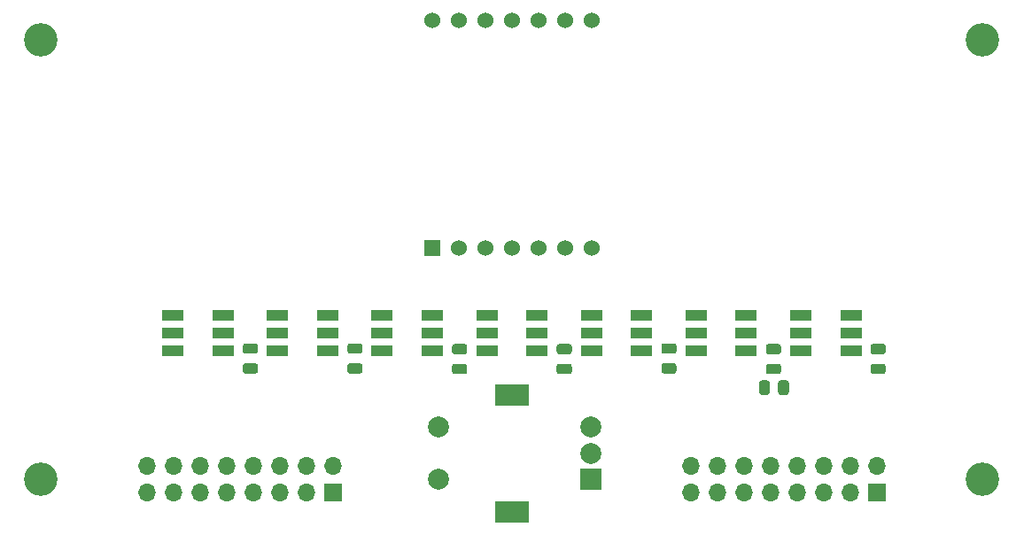
<source format=gbr>
%TF.GenerationSoftware,KiCad,Pcbnew,(5.1.9)-1*%
%TF.CreationDate,2021-05-23T18:49:26+01:00*%
%TF.ProjectId,ClockStrikeRotary,436c6f63-6b53-4747-9269-6b65526f7461,rev?*%
%TF.SameCoordinates,Original*%
%TF.FileFunction,Soldermask,Top*%
%TF.FilePolarity,Negative*%
%FSLAX46Y46*%
G04 Gerber Fmt 4.6, Leading zero omitted, Abs format (unit mm)*
G04 Created by KiCad (PCBNEW (5.1.9)-1) date 2021-05-23 18:49:26*
%MOMM*%
%LPD*%
G01*
G04 APERTURE LIST*
%ADD10R,1.700000X1.700000*%
%ADD11O,1.700000X1.700000*%
%ADD12C,3.200000*%
%ADD13R,2.000000X1.100000*%
%ADD14R,2.000000X2.000000*%
%ADD15C,2.000000*%
%ADD16R,3.200000X2.000000*%
%ADD17C,1.524000*%
%ADD18R,1.524000X1.524000*%
G04 APERTURE END LIST*
D10*
%TO.C,J4*%
X99890000Y-72270000D03*
D11*
X99890000Y-69730000D03*
X97350000Y-72270000D03*
X97350000Y-69730000D03*
X94810000Y-72270000D03*
X94810000Y-69730000D03*
X92270000Y-72270000D03*
X92270000Y-69730000D03*
X89730000Y-72270000D03*
X89730000Y-69730000D03*
X87190000Y-72270000D03*
X87190000Y-69730000D03*
X84650000Y-72270000D03*
X84650000Y-69730000D03*
X82110000Y-72270000D03*
X82110000Y-69730000D03*
%TD*%
D12*
%TO.C,REF\u002A\u002A*%
X110000000Y-71000000D03*
%TD*%
%TO.C,REF\u002A\u002A*%
X20000000Y-71000000D03*
%TD*%
%TO.C,REF\u002A\u002A*%
X20000000Y-29000000D03*
%TD*%
%TO.C,REF\u002A\u002A*%
X110000000Y-29000000D03*
%TD*%
D13*
%TO.C,D7*%
X97400000Y-55300000D03*
X97400000Y-57000000D03*
X97400000Y-58700000D03*
X92600000Y-58700000D03*
X92600000Y-57000000D03*
X92600000Y-55300000D03*
%TD*%
%TO.C,D6*%
X87400000Y-55300000D03*
X87400000Y-57000000D03*
X87400000Y-58700000D03*
X82600000Y-58700000D03*
X82600000Y-57000000D03*
X82600000Y-55300000D03*
%TD*%
%TO.C,C7*%
G36*
G01*
X100475000Y-59050000D02*
X99525000Y-59050000D01*
G75*
G02*
X99275000Y-58800000I0J250000D01*
G01*
X99275000Y-58300000D01*
G75*
G02*
X99525000Y-58050000I250000J0D01*
G01*
X100475000Y-58050000D01*
G75*
G02*
X100725000Y-58300000I0J-250000D01*
G01*
X100725000Y-58800000D01*
G75*
G02*
X100475000Y-59050000I-250000J0D01*
G01*
G37*
G36*
G01*
X100475000Y-60950000D02*
X99525000Y-60950000D01*
G75*
G02*
X99275000Y-60700000I0J250000D01*
G01*
X99275000Y-60200000D01*
G75*
G02*
X99525000Y-59950000I250000J0D01*
G01*
X100475000Y-59950000D01*
G75*
G02*
X100725000Y-60200000I0J-250000D01*
G01*
X100725000Y-60700000D01*
G75*
G02*
X100475000Y-60950000I-250000J0D01*
G01*
G37*
%TD*%
%TO.C,C6*%
G36*
G01*
X90475000Y-59050000D02*
X89525000Y-59050000D01*
G75*
G02*
X89275000Y-58800000I0J250000D01*
G01*
X89275000Y-58300000D01*
G75*
G02*
X89525000Y-58050000I250000J0D01*
G01*
X90475000Y-58050000D01*
G75*
G02*
X90725000Y-58300000I0J-250000D01*
G01*
X90725000Y-58800000D01*
G75*
G02*
X90475000Y-59050000I-250000J0D01*
G01*
G37*
G36*
G01*
X90475000Y-60950000D02*
X89525000Y-60950000D01*
G75*
G02*
X89275000Y-60700000I0J250000D01*
G01*
X89275000Y-60200000D01*
G75*
G02*
X89525000Y-59950000I250000J0D01*
G01*
X90475000Y-59950000D01*
G75*
G02*
X90725000Y-60200000I0J-250000D01*
G01*
X90725000Y-60700000D01*
G75*
G02*
X90475000Y-60950000I-250000J0D01*
G01*
G37*
%TD*%
%TO.C,D5*%
X77400000Y-55300000D03*
X77400000Y-57000000D03*
X77400000Y-58700000D03*
X72600000Y-58700000D03*
X72600000Y-57000000D03*
X72600000Y-55300000D03*
%TD*%
%TO.C,D4*%
X67400000Y-55300000D03*
X67400000Y-57000000D03*
X67400000Y-58700000D03*
X62600000Y-58700000D03*
X62600000Y-57000000D03*
X62600000Y-55300000D03*
%TD*%
%TO.C,D3*%
X57400000Y-55300000D03*
X57400000Y-57000000D03*
X57400000Y-58700000D03*
X52600000Y-58700000D03*
X52600000Y-57000000D03*
X52600000Y-55300000D03*
%TD*%
%TO.C,D2*%
X47400000Y-55300000D03*
X47400000Y-57000000D03*
X47400000Y-58700000D03*
X42600000Y-58700000D03*
X42600000Y-57000000D03*
X42600000Y-55300000D03*
%TD*%
%TO.C,D1*%
X37400000Y-55300000D03*
X37400000Y-57000000D03*
X37400000Y-58700000D03*
X32600000Y-58700000D03*
X32600000Y-57000000D03*
X32600000Y-55300000D03*
%TD*%
%TO.C,C5*%
G36*
G01*
X80475000Y-59000000D02*
X79525000Y-59000000D01*
G75*
G02*
X79275000Y-58750000I0J250000D01*
G01*
X79275000Y-58250000D01*
G75*
G02*
X79525000Y-58000000I250000J0D01*
G01*
X80475000Y-58000000D01*
G75*
G02*
X80725000Y-58250000I0J-250000D01*
G01*
X80725000Y-58750000D01*
G75*
G02*
X80475000Y-59000000I-250000J0D01*
G01*
G37*
G36*
G01*
X80475000Y-60900000D02*
X79525000Y-60900000D01*
G75*
G02*
X79275000Y-60650000I0J250000D01*
G01*
X79275000Y-60150000D01*
G75*
G02*
X79525000Y-59900000I250000J0D01*
G01*
X80475000Y-59900000D01*
G75*
G02*
X80725000Y-60150000I0J-250000D01*
G01*
X80725000Y-60650000D01*
G75*
G02*
X80475000Y-60900000I-250000J0D01*
G01*
G37*
%TD*%
%TO.C,C4*%
G36*
G01*
X70475000Y-59050000D02*
X69525000Y-59050000D01*
G75*
G02*
X69275000Y-58800000I0J250000D01*
G01*
X69275000Y-58300000D01*
G75*
G02*
X69525000Y-58050000I250000J0D01*
G01*
X70475000Y-58050000D01*
G75*
G02*
X70725000Y-58300000I0J-250000D01*
G01*
X70725000Y-58800000D01*
G75*
G02*
X70475000Y-59050000I-250000J0D01*
G01*
G37*
G36*
G01*
X70475000Y-60950000D02*
X69525000Y-60950000D01*
G75*
G02*
X69275000Y-60700000I0J250000D01*
G01*
X69275000Y-60200000D01*
G75*
G02*
X69525000Y-59950000I250000J0D01*
G01*
X70475000Y-59950000D01*
G75*
G02*
X70725000Y-60200000I0J-250000D01*
G01*
X70725000Y-60700000D01*
G75*
G02*
X70475000Y-60950000I-250000J0D01*
G01*
G37*
%TD*%
%TO.C,C3*%
G36*
G01*
X60475000Y-59050000D02*
X59525000Y-59050000D01*
G75*
G02*
X59275000Y-58800000I0J250000D01*
G01*
X59275000Y-58300000D01*
G75*
G02*
X59525000Y-58050000I250000J0D01*
G01*
X60475000Y-58050000D01*
G75*
G02*
X60725000Y-58300000I0J-250000D01*
G01*
X60725000Y-58800000D01*
G75*
G02*
X60475000Y-59050000I-250000J0D01*
G01*
G37*
G36*
G01*
X60475000Y-60950000D02*
X59525000Y-60950000D01*
G75*
G02*
X59275000Y-60700000I0J250000D01*
G01*
X59275000Y-60200000D01*
G75*
G02*
X59525000Y-59950000I250000J0D01*
G01*
X60475000Y-59950000D01*
G75*
G02*
X60725000Y-60200000I0J-250000D01*
G01*
X60725000Y-60700000D01*
G75*
G02*
X60475000Y-60950000I-250000J0D01*
G01*
G37*
%TD*%
%TO.C,C2*%
G36*
G01*
X50475000Y-59000000D02*
X49525000Y-59000000D01*
G75*
G02*
X49275000Y-58750000I0J250000D01*
G01*
X49275000Y-58250000D01*
G75*
G02*
X49525000Y-58000000I250000J0D01*
G01*
X50475000Y-58000000D01*
G75*
G02*
X50725000Y-58250000I0J-250000D01*
G01*
X50725000Y-58750000D01*
G75*
G02*
X50475000Y-59000000I-250000J0D01*
G01*
G37*
G36*
G01*
X50475000Y-60900000D02*
X49525000Y-60900000D01*
G75*
G02*
X49275000Y-60650000I0J250000D01*
G01*
X49275000Y-60150000D01*
G75*
G02*
X49525000Y-59900000I250000J0D01*
G01*
X50475000Y-59900000D01*
G75*
G02*
X50725000Y-60150000I0J-250000D01*
G01*
X50725000Y-60650000D01*
G75*
G02*
X50475000Y-60900000I-250000J0D01*
G01*
G37*
%TD*%
%TO.C,C1*%
G36*
G01*
X40475000Y-59000000D02*
X39525000Y-59000000D01*
G75*
G02*
X39275000Y-58750000I0J250000D01*
G01*
X39275000Y-58250000D01*
G75*
G02*
X39525000Y-58000000I250000J0D01*
G01*
X40475000Y-58000000D01*
G75*
G02*
X40725000Y-58250000I0J-250000D01*
G01*
X40725000Y-58750000D01*
G75*
G02*
X40475000Y-59000000I-250000J0D01*
G01*
G37*
G36*
G01*
X40475000Y-60900000D02*
X39525000Y-60900000D01*
G75*
G02*
X39275000Y-60650000I0J250000D01*
G01*
X39275000Y-60150000D01*
G75*
G02*
X39525000Y-59900000I250000J0D01*
G01*
X40475000Y-59900000D01*
G75*
G02*
X40725000Y-60150000I0J-250000D01*
G01*
X40725000Y-60650000D01*
G75*
G02*
X40475000Y-60900000I-250000J0D01*
G01*
G37*
%TD*%
D14*
%TO.C,SW1*%
X72500000Y-71000000D03*
D15*
X72500000Y-68500000D03*
X72500000Y-66000000D03*
D16*
X65000000Y-74100000D03*
X65000000Y-62900000D03*
D15*
X58000000Y-71000000D03*
X58000000Y-66000000D03*
%TD*%
%TO.C,R1*%
G36*
G01*
X89647500Y-61789999D02*
X89647500Y-62690001D01*
G75*
G02*
X89397501Y-62940000I-249999J0D01*
G01*
X88872499Y-62940000D01*
G75*
G02*
X88622500Y-62690001I0J249999D01*
G01*
X88622500Y-61789999D01*
G75*
G02*
X88872499Y-61540000I249999J0D01*
G01*
X89397501Y-61540000D01*
G75*
G02*
X89647500Y-61789999I0J-249999D01*
G01*
G37*
G36*
G01*
X91472500Y-61789999D02*
X91472500Y-62690001D01*
G75*
G02*
X91222501Y-62940000I-249999J0D01*
G01*
X90697499Y-62940000D01*
G75*
G02*
X90447500Y-62690001I0J249999D01*
G01*
X90447500Y-61789999D01*
G75*
G02*
X90697499Y-61540000I249999J0D01*
G01*
X91222501Y-61540000D01*
G75*
G02*
X91472500Y-61789999I0J-249999D01*
G01*
G37*
%TD*%
D10*
%TO.C,J3*%
X47890000Y-72270000D03*
D11*
X47890000Y-69730000D03*
X45350000Y-72270000D03*
X45350000Y-69730000D03*
X42810000Y-72270000D03*
X42810000Y-69730000D03*
X40270000Y-72270000D03*
X40270000Y-69730000D03*
X37730000Y-72270000D03*
X37730000Y-69730000D03*
X35190000Y-72270000D03*
X35190000Y-69730000D03*
X32650000Y-72270000D03*
X32650000Y-69730000D03*
X30110000Y-72270000D03*
X30110000Y-69730000D03*
%TD*%
D17*
%TO.C,D8*%
X57380000Y-27110000D03*
X59920000Y-27110000D03*
X62460000Y-27110000D03*
X65000000Y-27110000D03*
X67540000Y-27110000D03*
X70080000Y-27110000D03*
X72620000Y-27110000D03*
X72620000Y-48900000D03*
X70080000Y-48900000D03*
X67540000Y-48900000D03*
X65000000Y-48900000D03*
X62460000Y-48900000D03*
X59920000Y-48900000D03*
D18*
X57380000Y-48900000D03*
%TD*%
M02*

</source>
